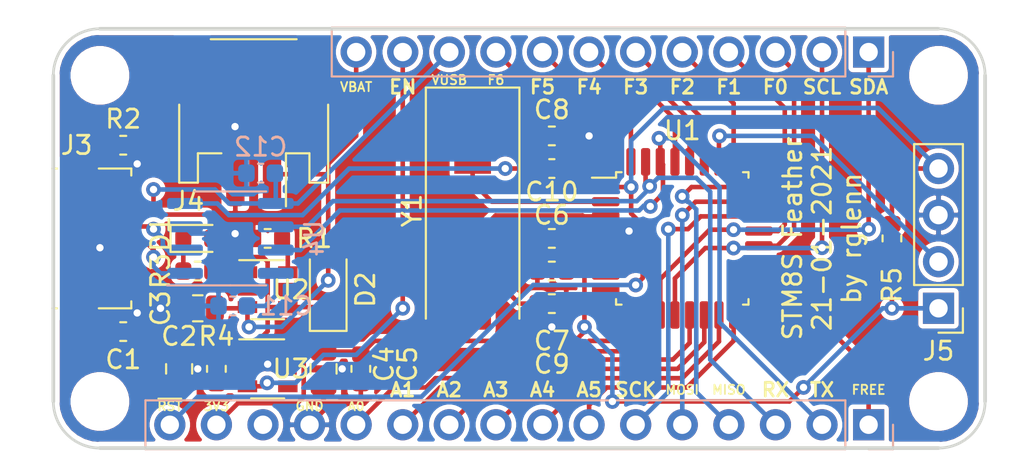
<source format=kicad_pcb>
(kicad_pcb (version 20171130) (host pcbnew "(5.1.9)-1")
  (layers (0 F.Cu signal) (31 B.Cu signal) (34 B.Paste user) (35 F.Paste user) (36 B.SilkS user) (37 F.SilkS user) (38 B.Mask user) (39 F.Mask user) (44 Edge.Cuts user))
  (net 0 "")
  (net 1 /FREE)
  (net 2 /TX)
  (net 3 /RX)
  (net 4 /MISO)
  (net 5 /MOSI)
  (net 6 /SCK)
  (net 7 /A5)
  (net 8 /A4)
  (net 9 /A3)
  (net 10 /A2)
  (net 11 /A1)
  (net 12 /A0)
  (net 13 GND)
  (net 14 +3V3)
  (net 15 /SDA)
  (net 16 /SCL)
  (net 17 /F0)
  (net 18 /F1)
  (net 19 /F2)
  (net 20 /F3)
  (net 21 /F4)
  (net 22 /F5)
  (net 23 /F6)
  (net 24 /EN)
  (net 25 /RESET)
  (net 26 /SWIM)
  (net 27 "Net-(C1-Pad1)")
  (net 28 VBUS)
  (net 29 +BATT)
  (net 30 "Net-(C6-Pad1)")
  (net 31 "Net-(D1-Pad1)")
  (net 32 "Net-(J3-Pad2)")
  (net 33 "Net-(J3-Pad3)")
  (net 34 "Net-(R1-Pad1)")
  (net 35 "Net-(R3-Pad2)")
  (net 36 "Net-(C8-Pad1)")
  (net 37 "Net-(C9-Pad1)")
  (net 38 "Net-(C10-Pad2)")
  (net 39 "Net-(C11-Pad1)")
  (module MountingHole:MountingHole_2.7mm_M2.5 (layer F.Cu) (at 73.66 27.94)
    (fp_text reference REF** hide)
    (fp_text value MountingHole_2.7mm_M2.5 hide)
    (pad 1 np_thru_hole circle (at 0 0) (size 2.7 2.7) (drill 2.7) (layers *.Cu *.Mask))
  )
  (module MountingHole:MountingHole_2.7mm_M2.5 (layer F.Cu) (at 73.66 45.72)
    (fp_text reference REF** hide)
    (fp_text value MountingHole_2.7mm_M2.5 hide)
    (pad 1 np_thru_hole circle (at 0 0) (size 2.7 2.7) (drill 2.7) (layers *.Cu *.Mask))
  )
  (module MountingHole:MountingHole_2.7mm_M2.5 (layer F.Cu) (at 27.94 45.72)
    (fp_text reference REF** hide)
    (fp_text value MountingHole_2.7mm_M2.5 hide)
    (pad 1 np_thru_hole circle (at 0 0) (size 2.7 2.7) (drill 2.7) (layers *.Cu *.Mask))
  )
  (module MountingHole:MountingHole_2.7mm_M2.5 (layer F.Cu) (at 27.94 27.94)
    (fp_text reference REF** hide)
    (fp_text value MountingHole_2.7mm_M2.5 hide)
    (pad 1 np_thru_hole circle (at 0 0) (size 2.7 2.7) (drill 2.7) (layers *.Cu *.Mask))
  )
  (module Connector_PinHeader_2.54mm:PinHeader_1x16_P2.54mm_Vertical (layer B.Cu) (at 69.85 46.99 90)
    (fp_text reference J1 hide)
    (fp_text value "feather long" hide)
    (pad 1 thru_hole rect (at 0 0 90) (size 1.7 1.7) (drill 1) (layers *.Cu *.Mask) (net 1 /FREE))
    (pad 2 thru_hole oval (at 0 -2.54 90) (size 1.7 1.7) (drill 1) (layers *.Cu *.Mask) (net 2 /TX))
    (pad 3 thru_hole oval (at 0 -5.08 90) (size 1.7 1.7) (drill 1) (layers *.Cu *.Mask) (net 3 /RX))
    (pad 4 thru_hole oval (at 0 -7.62 90) (size 1.7 1.7) (drill 1) (layers *.Cu *.Mask) (net 4 /MISO))
    (pad 5 thru_hole oval (at 0 -10.16 90) (size 1.7 1.7) (drill 1) (layers *.Cu *.Mask) (net 5 /MOSI))
    (pad 6 thru_hole oval (at 0 -12.7 90) (size 1.7 1.7) (drill 1) (layers *.Cu *.Mask) (net 6 /SCK))
    (pad 7 thru_hole oval (at 0 -15.24 90) (size 1.7 1.7) (drill 1) (layers *.Cu *.Mask) (net 7 /A5))
    (pad 8 thru_hole oval (at 0 -17.78 90) (size 1.7 1.7) (drill 1) (layers *.Cu *.Mask) (net 8 /A4))
    (pad 9 thru_hole oval (at 0 -20.32 90) (size 1.7 1.7) (drill 1) (layers *.Cu *.Mask) (net 9 /A3))
    (pad 10 thru_hole oval (at 0 -22.86 90) (size 1.7 1.7) (drill 1) (layers *.Cu *.Mask) (net 10 /A2))
    (pad 11 thru_hole oval (at 0 -25.4 90) (size 1.7 1.7) (drill 1) (layers *.Cu *.Mask) (net 11 /A1))
    (pad 12 thru_hole oval (at 0 -27.94 90) (size 1.7 1.7) (drill 1) (layers *.Cu *.Mask) (net 12 /A0))
    (pad 13 thru_hole oval (at 0 -30.48 90) (size 1.7 1.7) (drill 1) (layers *.Cu *.Mask) (net 13 GND))
    (pad 14 thru_hole oval (at 0 -33.02 90) (size 1.7 1.7) (drill 1) (layers *.Cu *.Mask))
    (pad 15 thru_hole oval (at 0 -35.56 90) (size 1.7 1.7) (drill 1) (layers *.Cu *.Mask) (net 14 +3V3))
    (pad 16 thru_hole oval (at 0 -38.1 90) (size 1.7 1.7) (drill 1) (layers *.Cu *.Mask) (net 25 /RESET))
  )
  (module Connector_PinHeader_2.54mm:PinHeader_1x12_P2.54mm_Vertical (layer B.Cu) (at 69.85 26.67 90)
    (fp_text reference J2 hide)
    (fp_text value "feather short" hide)
    (pad 1 thru_hole rect (at 0 0 90) (size 1.7 1.7) (drill 1) (layers *.Cu *.Mask) (net 15 /SDA))
    (pad 2 thru_hole oval (at 0 -2.54 90) (size 1.7 1.7) (drill 1) (layers *.Cu *.Mask) (net 16 /SCL))
    (pad 3 thru_hole oval (at 0 -5.08 90) (size 1.7 1.7) (drill 1) (layers *.Cu *.Mask) (net 17 /F0))
    (pad 4 thru_hole oval (at 0 -7.62 90) (size 1.7 1.7) (drill 1) (layers *.Cu *.Mask) (net 18 /F1))
    (pad 5 thru_hole oval (at 0 -10.16 90) (size 1.7 1.7) (drill 1) (layers *.Cu *.Mask) (net 19 /F2))
    (pad 6 thru_hole oval (at 0 -12.7 90) (size 1.7 1.7) (drill 1) (layers *.Cu *.Mask) (net 20 /F3))
    (pad 7 thru_hole oval (at 0 -15.24 90) (size 1.7 1.7) (drill 1) (layers *.Cu *.Mask) (net 21 /F4))
    (pad 8 thru_hole oval (at 0 -17.78 90) (size 1.7 1.7) (drill 1) (layers *.Cu *.Mask) (net 22 /F5))
    (pad 9 thru_hole oval (at 0 -20.32 90) (size 1.7 1.7) (drill 1) (layers *.Cu *.Mask) (net 23 /F6))
    (pad 10 thru_hole oval (at 0 -22.86 90) (size 1.7 1.7) (drill 1) (layers *.Cu *.Mask) (net 28 VBUS))
    (pad 11 thru_hole oval (at 0 -25.4 90) (size 1.7 1.7) (drill 1) (layers *.Cu *.Mask) (net 24 /EN))
    (pad 12 thru_hole oval (at 0 -27.94 90) (size 1.7 1.7) (drill 1) (layers *.Cu *.Mask) (net 29 +BATT))
  )
  (module Package_QFP:LQFP-32_7x7mm_P0.8mm (layer F.Cu) (at 59.69 36.83)
    (fp_text reference U1 (at 0 -5.88) (layer F.SilkS))
    (fp_text value STM8S003K3T)
    (pad 1 smd roundrect (at -4.175 -2.8) (size 1.5 0.5) (layers F.Cu F.Paste F.Mask) (net 25 /RESET))
    (pad 2 smd roundrect (at -4.175 -2) (size 1.5 0.5) (layers F.Cu F.Paste F.Mask) (net 36 "Net-(C8-Pad1)"))
    (pad 3 smd roundrect (at -4.175 -1.2) (size 1.5 0.5) (layers F.Cu F.Paste F.Mask) (net 37 "Net-(C9-Pad1)"))
    (pad 4 smd roundrect (at -4.175 -0.4) (size 1.5 0.5) (layers F.Cu F.Paste F.Mask) (net 13 GND))
    (pad 5 smd roundrect (at -4.175 0.4) (size 1.5 0.5) (layers F.Cu F.Paste F.Mask) (net 30 "Net-(C6-Pad1)"))
    (pad 6 smd roundrect (at -4.175 1.2) (size 1.5 0.5) (layers F.Cu F.Paste F.Mask) (net 14 +3V3))
    (pad 7 smd roundrect (at -4.175 2) (size 1.5 0.5) (layers F.Cu F.Paste F.Mask))
    (pad 8 smd roundrect (at -4.175 2.8) (size 1.5 0.5) (layers F.Cu F.Paste F.Mask))
    (pad 9 smd roundrect (at -2.8 4.175) (size 0.5 1.5) (layers F.Cu F.Paste F.Mask) (net 12 /A0))
    (pad 10 smd roundrect (at -2 4.175) (size 0.5 1.5) (layers F.Cu F.Paste F.Mask) (net 11 /A1))
    (pad 11 smd roundrect (at -1.2 4.175) (size 0.5 1.5) (layers F.Cu F.Paste F.Mask) (net 15 /SDA))
    (pad 12 smd roundrect (at -0.4 4.175) (size 0.5 1.5) (layers F.Cu F.Paste F.Mask) (net 16 /SCL))
    (pad 13 smd roundrect (at 0.4 4.175) (size 0.5 1.5) (layers F.Cu F.Paste F.Mask) (net 10 /A2))
    (pad 14 smd roundrect (at 1.2 4.175) (size 0.5 1.5) (layers F.Cu F.Paste F.Mask) (net 9 /A3))
    (pad 15 smd roundrect (at 2 4.175) (size 0.5 1.5) (layers F.Cu F.Paste F.Mask) (net 8 /A4))
    (pad 16 smd roundrect (at 2.8 4.175) (size 0.5 1.5) (layers F.Cu F.Paste F.Mask) (net 7 /A5))
    (pad 17 smd roundrect (at 4.175 2.8) (size 1.5 0.5) (layers F.Cu F.Paste F.Mask) (net 1 /FREE))
    (pad 18 smd roundrect (at 4.175 2) (size 1.5 0.5) (layers F.Cu F.Paste F.Mask))
    (pad 19 smd roundrect (at 4.175 1.2) (size 1.5 0.5) (layers F.Cu F.Paste F.Mask))
    (pad 20 smd roundrect (at 4.175 0.4) (size 1.5 0.5) (layers F.Cu F.Paste F.Mask) (net 17 /F0))
    (pad 21 smd roundrect (at 4.175 -0.4) (size 1.5 0.5) (layers F.Cu F.Paste F.Mask) (net 18 /F1))
    (pad 22 smd roundrect (at 4.175 -1.2) (size 1.5 0.5) (layers F.Cu F.Paste F.Mask) (net 6 /SCK))
    (pad 23 smd roundrect (at 4.175 -2) (size 1.5 0.5) (layers F.Cu F.Paste F.Mask) (net 5 /MOSI))
    (pad 24 smd roundrect (at 4.175 -2.8) (size 1.5 0.5) (layers F.Cu F.Paste F.Mask) (net 4 /MISO))
    (pad 25 smd roundrect (at 2.8 -4.175) (size 0.5 1.5) (layers F.Cu F.Paste F.Mask) (net 19 /F2))
    (pad 26 smd roundrect (at 2 -4.175) (size 0.5 1.5) (layers F.Cu F.Paste F.Mask) (net 26 /SWIM))
    (pad 27 smd roundrect (at 1.2 -4.175) (size 0.5 1.5) (layers F.Cu F.Paste F.Mask) (net 20 /F3))
    (pad 28 smd roundrect (at 0.4 -4.175) (size 0.5 1.5) (layers F.Cu F.Paste F.Mask) (net 21 /F4))
    (pad 29 smd roundrect (at -0.4 -4.175) (size 0.5 1.5) (layers F.Cu F.Paste F.Mask) (net 22 /F5))
    (pad 30 smd roundrect (at -1.2 -4.175) (size 0.5 1.5) (layers F.Cu F.Paste F.Mask) (net 2 /TX))
    (pad 31 smd roundrect (at -2 -4.175) (size 0.5 1.5) (layers F.Cu F.Paste F.Mask) (net 3 /RX))
    (pad 32 smd roundrect (at -2.8 -4.175) (size 0.5 1.5) (layers F.Cu F.Paste F.Mask) (net 23 /F6))
  )
  (module Capacitor_SMD:C_0603_1608Metric (layer F.Cu) (at 29.21 41.91)
    (fp_text reference C1 (at 0 1.524) (layer F.SilkS))
    (fp_text value 100n)
    (pad 2 smd roundrect (at 0.7875 0) (size 0.875 0.95) (layers F.Cu F.Paste F.Mask) (net 13 GND))
    (pad 1 smd roundrect (at -0.7875 0) (size 0.875 0.95) (layers F.Cu F.Paste F.Mask) (net 27 "Net-(C1-Pad1)"))
  )
  (module Capacitor_SMD:C_0805_2012Metric (layer F.Cu) (at 32.258 43.942 270)
    (fp_text reference C2 (at -1.778 0 180) (layer F.SilkS))
    (fp_text value 10u)
    (pad 1 smd roundrect (at -0.9375 0 270) (size 0.975 1.4) (layers F.Cu F.Paste F.Mask) (net 28 VBUS))
    (pad 2 smd roundrect (at 0.9375 0 270) (size 0.975 1.4) (layers F.Cu F.Paste F.Mask) (net 13 GND))
  )
  (module Capacitor_SMD:C_0805_2012Metric (layer F.Cu) (at 33.274 40.64 180)
    (fp_text reference C3 (at 2.032 0 90) (layer F.SilkS))
    (fp_text value 10u)
    (pad 1 smd roundrect (at -0.9375 0 180) (size 0.975 1.4) (layers F.Cu F.Paste F.Mask) (net 29 +BATT))
    (pad 2 smd roundrect (at 0.9375 0 180) (size 0.975 1.4) (layers F.Cu F.Paste F.Mask) (net 13 GND))
  )
  (module Capacitor_SMD:C_0805_2012Metric (layer F.Cu) (at 40.132 43.942 270)
    (fp_text reference C4 (at -0.254 -3.302 90) (layer F.SilkS))
    (fp_text value 10u)
    (pad 2 smd roundrect (at 0.9375 0 270) (size 0.975 1.4) (layers F.Cu F.Paste F.Mask) (net 13 GND))
    (pad 1 smd roundrect (at -0.9375 0 270) (size 0.975 1.4) (layers F.Cu F.Paste F.Mask) (net 14 +3V3))
  )
  (module Capacitor_SMD:C_0603_1608Metric (layer F.Cu) (at 42.164 43.942 270)
    (fp_text reference C5 (at -0.254 -2.54 90) (layer F.SilkS))
    (fp_text value 1u)
    (pad 1 smd roundrect (at -0.7875 0 270) (size 0.875 0.95) (layers F.Cu F.Paste F.Mask) (net 14 +3V3))
    (pad 2 smd roundrect (at 0.7875 0 270) (size 0.875 0.95) (layers F.Cu F.Paste F.Mask) (net 13 GND))
  )
  (module Capacitor_SMD:C_0603_1608Metric (layer F.Cu) (at 52.578 36.83 180)
    (fp_text reference C6 (at 0 1.27) (layer F.SilkS))
    (fp_text value 1u)
    (pad 2 smd roundrect (at 0.7875 0 180) (size 0.875 0.95) (layers F.Cu F.Paste F.Mask) (net 13 GND))
    (pad 1 smd roundrect (at -0.7875 0 180) (size 0.875 0.95) (layers F.Cu F.Paste F.Mask) (net 30 "Net-(C6-Pad1)"))
  )
  (module Capacitor_SMD:C_0603_1608Metric (layer F.Cu) (at 52.578 38.608 180)
    (fp_text reference C7 (at 0 -3.81) (layer F.SilkS))
    (fp_text value 1u)
    (pad 1 smd roundrect (at -0.7875 0 180) (size 0.875 0.95) (layers F.Cu F.Paste F.Mask) (net 14 +3V3))
    (pad 2 smd roundrect (at 0.7875 0 180) (size 0.875 0.95) (layers F.Cu F.Paste F.Mask) (net 13 GND))
  )
  (module LED_SMD:LED_0603_1608Metric (layer F.Cu) (at 33.274 36.83)
    (fp_text reference D1 (at -2.032 -0.254 90) (layer F.SilkS))
    (fp_text value LED)
    (pad 1 smd roundrect (at -0.7875 0) (size 0.875 0.95) (layers F.Cu F.Paste F.Mask) (net 31 "Net-(D1-Pad1)"))
    (pad 2 smd roundrect (at 0.7875 0) (size 0.875 0.95) (layers F.Cu F.Paste F.Mask) (net 28 VBUS))
  )
  (module Diode_SMD:D_SOD-123 (layer F.Cu) (at 40.386 39.624 90)
    (fp_text reference D2 (at 0 2.032 90) (layer F.SilkS))
    (fp_text value MBR0520)
    (pad 1 smd rect (at -1.65 0 90) (size 0.9 1.2) (layers F.Cu F.Paste F.Mask) (net 28 VBUS))
    (pad 2 smd rect (at 1.65 0 90) (size 0.9 1.2) (layers F.Cu F.Paste F.Mask) (net 29 +BATT))
  )
  (module Connector_USB:USB_Micro-B_Molex_47346-0001 (layer F.Cu) (at 27.94 36.83 270)
    (fp_text reference J3 (at -5.08 1.27) (layer F.SilkS))
    (fp_text value USB_B_Micro)
    (pad 1 smd rect (at -1.3 -1.46 270) (size 0.45 1.38) (layers F.Cu F.Paste F.Mask) (net 28 VBUS))
    (pad 2 smd rect (at -0.65 -1.46 270) (size 0.45 1.38) (layers F.Cu F.Paste F.Mask) (net 32 "Net-(J3-Pad2)"))
    (pad 3 smd rect (at 0 -1.46 270) (size 0.45 1.38) (layers F.Cu F.Paste F.Mask) (net 33 "Net-(J3-Pad3)"))
    (pad 4 smd rect (at 0.65 -1.46 270) (size 0.45 1.38) (layers F.Cu F.Paste F.Mask))
    (pad 5 smd rect (at 1.3 -1.46 270) (size 0.45 1.38) (layers F.Cu F.Paste F.Mask) (net 13 GND))
    (pad 6 smd rect (at -2.4875 -1.375 270) (size 1.425 1.55) (layers F.Cu F.Paste F.Mask) (net 27 "Net-(C1-Pad1)"))
    (pad 6 smd rect (at 2.4875 -1.375 270) (size 1.425 1.55) (layers F.Cu F.Paste F.Mask) (net 27 "Net-(C1-Pad1)"))
    (pad 6 smd rect (at -3.375 1.2 270) (size 1.65 1.3) (layers F.Cu F.Paste F.Mask) (net 27 "Net-(C1-Pad1)"))
    (pad 6 smd rect (at 3.375 1.2 270) (size 1.65 1.3) (layers F.Cu F.Paste F.Mask) (net 27 "Net-(C1-Pad1)"))
    (pad 6 smd rect (at -1.15 1.2 270) (size 1.8 1.9) (layers F.Cu F.Paste F.Mask) (net 27 "Net-(C1-Pad1)"))
    (pad 6 smd rect (at 1.55 1.2 270) (size 1 1.9) (layers F.Cu F.Paste F.Mask) (net 27 "Net-(C1-Pad1)"))
  )
  (module Resistor_SMD:R_0603_1608Metric (layer F.Cu) (at 37.084 36.83 180)
    (fp_text reference R1 (at -2.54 0) (layer F.SilkS))
    (fp_text value 10K)
    (pad 1 smd roundrect (at -0.7875 0 180) (size 0.875 0.95) (layers F.Cu F.Paste F.Mask) (net 34 "Net-(R1-Pad1)"))
    (pad 2 smd roundrect (at 0.7875 0 180) (size 0.875 0.95) (layers F.Cu F.Paste F.Mask) (net 13 GND))
  )
  (module Resistor_SMD:R_0603_1608Metric (layer F.Cu) (at 29.21 31.75)
    (fp_text reference R2 (at 0 -1.43) (layer F.SilkS))
    (fp_text value 1M)
    (pad 1 smd roundrect (at -0.7875 0) (size 0.875 0.95) (layers F.Cu F.Paste F.Mask) (net 27 "Net-(C1-Pad1)"))
    (pad 2 smd roundrect (at 0.7875 0) (size 0.875 0.95) (layers F.Cu F.Paste F.Mask) (net 13 GND))
  )
  (module Resistor_SMD:R_0603_1608Metric (layer F.Cu) (at 33.274 38.608)
    (fp_text reference R3 (at -2.032 0 90) (layer F.SilkS))
    (fp_text value 1K)
    (pad 2 smd roundrect (at 0.7875 0) (size 0.875 0.95) (layers F.Cu F.Paste F.Mask) (net 35 "Net-(R3-Pad2)"))
    (pad 1 smd roundrect (at -0.7875 0) (size 0.875 0.95) (layers F.Cu F.Paste F.Mask) (net 31 "Net-(D1-Pad1)"))
  )
  (module Resistor_SMD:R_0603_1608Metric (layer F.Cu) (at 34.29 43.942 90)
    (fp_text reference R4 (at 1.778 0 180) (layer F.SilkS))
    (fp_text value 100K)
    (pad 2 smd roundrect (at 0.7875 0 90) (size 0.875 0.95) (layers F.Cu F.Paste F.Mask) (net 28 VBUS))
    (pad 1 smd roundrect (at -0.7875 0 90) (size 0.875 0.95) (layers F.Cu F.Paste F.Mask) (net 24 /EN))
  )
  (module Package_TO_SOT_SMD:SOT-23-5 (layer F.Cu) (at 37.084 39.624)
    (fp_text reference U2 (at 1.27 0 180) (layer F.SilkS))
    (fp_text value MCP73831-2-OT)
    (pad 1 smd rect (at -1.1 -0.95) (size 1.06 0.65) (layers F.Cu F.Paste F.Mask) (net 35 "Net-(R3-Pad2)"))
    (pad 2 smd rect (at -1.1 0) (size 1.06 0.65) (layers F.Cu F.Paste F.Mask) (net 13 GND))
    (pad 3 smd rect (at -1.1 0.95) (size 1.06 0.65) (layers F.Cu F.Paste F.Mask) (net 29 +BATT))
    (pad 4 smd rect (at 1.1 0.95) (size 1.06 0.65) (layers F.Cu F.Paste F.Mask) (net 28 VBUS))
    (pad 5 smd rect (at 1.1 -0.95) (size 1.06 0.65) (layers F.Cu F.Paste F.Mask) (net 34 "Net-(R1-Pad1)"))
  )
  (module Package_TO_SOT_SMD:SOT-23-5 (layer F.Cu) (at 37.084 43.942)
    (fp_text reference U3 (at 1.27 0 180) (layer F.SilkS))
    (fp_text value MIC5504-3.3YM5)
    (pad 5 smd rect (at 1.1 -0.95) (size 1.06 0.65) (layers F.Cu F.Paste F.Mask) (net 14 +3V3))
    (pad 4 smd rect (at 1.1 0.95) (size 1.06 0.65) (layers F.Cu F.Paste F.Mask))
    (pad 3 smd rect (at -1.1 0.95) (size 1.06 0.65) (layers F.Cu F.Paste F.Mask) (net 24 /EN))
    (pad 2 smd rect (at -1.1 0) (size 1.06 0.65) (layers F.Cu F.Paste F.Mask) (net 13 GND))
    (pad 1 smd rect (at -1.1 -0.95) (size 1.06 0.65) (layers F.Cu F.Paste F.Mask) (net 28 VBUS))
  )
  (module Connector_JST:JST_PH_S2B-PH-SM4-TB_1x02-1MP_P2.00mm_Horizontal (layer F.Cu) (at 36.322 30.48 180)
    (fp_text reference J4 (at 3.556 -4.318) (layer F.SilkS))
    (fp_text value Conn_01x02)
    (pad 1 smd roundrect (at -1 -2.85 180) (size 1 3.5) (layers F.Cu F.Paste F.Mask) (net 29 +BATT))
    (pad 2 smd roundrect (at 1 -2.85 180) (size 1 3.5) (layers F.Cu F.Paste F.Mask) (net 13 GND))
    (pad MP smd roundrect (at -3.35 2.9 180) (size 1.5 3.4) (layers F.Cu F.Paste F.Mask) (roundrect_rratio 0.166667))
    (pad MP smd roundrect (at 3.35 2.9 180) (size 1.5 3.4) (layers F.Cu F.Paste F.Mask) (roundrect_rratio 0.166667))
  )
  (module Capacitor_SMD:C_0603_1608Metric (layer F.Cu) (at 52.578 31.242)
    (fp_text reference C8 (at 0 -1.43) (layer F.SilkS))
    (fp_text value 22p)
    (pad 2 smd roundrect (at 0.7875 0) (size 0.875 0.95) (layers F.Cu F.Paste F.Mask) (net 13 GND))
    (pad 1 smd roundrect (at -0.7875 0) (size 0.875 0.95) (layers F.Cu F.Paste F.Mask) (net 36 "Net-(C8-Pad1)"))
  )
  (module Capacitor_SMD:C_0603_1608Metric (layer F.Cu) (at 52.578 40.386)
    (fp_text reference C9 (at 0 3.302) (layer F.SilkS))
    (fp_text value 22p)
    (pad 1 smd roundrect (at -0.7875 0) (size 0.875 0.95) (layers F.Cu F.Paste F.Mask) (net 37 "Net-(C9-Pad1)"))
    (pad 2 smd roundrect (at 0.7875 0) (size 0.875 0.95) (layers F.Cu F.Paste F.Mask) (net 13 GND))
  )
  (module Crystal:Crystal_SMD_HC49-SD (layer F.Cu) (at 48.26 35.306 270)
    (fp_text reference Y1 (at 0 3.302 90) (layer F.SilkS))
    (fp_text value Crystal)
    (pad 1 smd rect (at -4.25 0 270) (size 4.5 2) (layers F.Cu F.Paste F.Mask) (net 36 "Net-(C8-Pad1)"))
    (pad 2 smd rect (at 4.25 0 270) (size 4.5 2) (layers F.Cu F.Paste F.Mask) (net 37 "Net-(C9-Pad1)"))
  )
  (module Connector_PinHeader_2.54mm:PinHeader_1x04_P2.54mm_Vertical (layer F.Cu) (at 73.66 40.64 180)
    (fp_text reference J5 (at 0 -2.33) (layer F.SilkS))
    (fp_text value Conn_01x04)
    (pad 1 thru_hole rect (at 0 0 180) (size 1.7 1.7) (drill 1) (layers *.Cu *.Mask) (net 14 +3V3))
    (pad 2 thru_hole oval (at 0 2.54 180) (size 1.7 1.7) (drill 1) (layers *.Cu *.Mask) (net 26 /SWIM))
    (pad 3 thru_hole oval (at 0 5.08 180) (size 1.7 1.7) (drill 1) (layers *.Cu *.Mask) (net 13 GND))
    (pad 4 thru_hole oval (at 0 7.62 180) (size 1.7 1.7) (drill 1) (layers *.Cu *.Mask) (net 25 /RESET))
  )
  (module Resistor_SMD:R_0603_1608Metric (layer F.Cu) (at 71.12 36.83 90)
    (fp_text reference R5 (at -2.54 0 90) (layer F.SilkS))
    (fp_text value 10K)
    (pad 1 smd roundrect (at -0.7875 0 90) (size 0.875 0.95) (layers F.Cu F.Paste F.Mask) (net 14 +3V3))
    (pad 2 smd roundrect (at 0.7875 0 90) (size 0.875 0.95) (layers F.Cu F.Paste F.Mask) (net 25 /RESET))
  )
  (module Capacitor_SMD:C_0603_1608Metric (layer F.Cu) (at 52.578 33.02 180)
    (fp_text reference C10 (at 0 -1.27) (layer F.SilkS))
    (fp_text value 100n)
    (pad 1 smd roundrect (at -0.775 0 180) (size 0.9 0.95) (layers F.Cu F.Paste F.Mask) (net 25 /RESET))
    (pad 2 smd roundrect (at 0.775 0 180) (size 0.9 0.95) (layers F.Cu F.Paste F.Mask) (net 38 "Net-(C10-Pad2)"))
  )
  (module Capacitor_SMD:C_0603_1608Metric (layer B.Cu) (at 35.179 40.513 180)
    (fp_text reference C11 (at -2.921 0) (layer B.SilkS) (effects (justify mirror)))
    (fp_text value 1u)
    (pad 2 smd roundrect (at 0.775 0 180) (size 0.9 0.95) (layers B.Cu B.Paste B.Mask) (net 13 GND))
    (pad 1 smd roundrect (at -0.775 0 180) (size 0.9 0.95) (layers B.Cu B.Paste B.Mask) (net 39 "Net-(C11-Pad1)"))
  )
  (module Package_SO:SOIC-8_3.9x4.9mm_P1.27mm (layer B.Cu) (at 35.052 36.83)
    (fp_text reference U4 (at 4.572 0 90) (layer B.SilkS) (effects (justify mirror)))
    (fp_text value CH330N)
    (pad 1 smd roundrect (at -2.475 1.905) (size 1.95 0.6) (layers B.Cu B.Paste B.Mask) (net 33 "Net-(J3-Pad3)"))
    (pad 2 smd roundrect (at -2.475 0.635) (size 1.95 0.6) (layers B.Cu B.Paste B.Mask) (net 32 "Net-(J3-Pad2)"))
    (pad 3 smd roundrect (at -2.475 -0.635) (size 1.95 0.6) (layers B.Cu B.Paste B.Mask) (net 13 GND))
    (pad 4 smd roundrect (at -2.475 -1.905) (size 1.95 0.6) (layers B.Cu B.Paste B.Mask) (net 38 "Net-(C10-Pad2)"))
    (pad 5 smd roundrect (at 2.475 -1.905) (size 1.95 0.6) (layers B.Cu B.Paste B.Mask) (net 28 VBUS))
    (pad 6 smd roundrect (at 2.475 -0.635) (size 1.95 0.6) (layers B.Cu B.Paste B.Mask) (net 3 /RX))
    (pad 7 smd roundrect (at 2.475 0.635) (size 1.95 0.6) (layers B.Cu B.Paste B.Mask) (net 2 /TX))
    (pad 8 smd roundrect (at 2.475 1.905) (size 1.95 0.6) (layers B.Cu B.Paste B.Mask) (net 39 "Net-(C11-Pad1)"))
  )
  (module Capacitor_SMD:C_0603_1608Metric (layer B.Cu) (at 36.703 33.274 180)
    (fp_text reference C12 (at 0 1.43) (layer B.SilkS) (effects (justify mirror)))
    (fp_text value 1u)
    (pad 1 smd roundrect (at -0.775 0 180) (size 0.9 0.95) (layers B.Cu B.Paste B.Mask) (net 28 VBUS))
    (pad 2 smd roundrect (at 0.775 0 180) (size 0.9 0.95) (layers B.Cu B.Paste B.Mask) (net 13 GND))
  )
  (gr_text "STM8S Feather\n21-01-2021\nby rglenn\n" (at 67.31 36.83 90) (layer F.SilkS) (effects (font (size 1 1))))
  (gr_text VUSB (at 46.99 28.194) (layer F.SilkS) (effects (font (size 0.5 0.5) (thickness 0.1))))
  (gr_text VBAT (at 41.91 28.575) (layer F.SilkS) (effects (font (size 0.5 0.5) (thickness 0.1))))
  (gr_text EN (at 44.45 28.575) (layer F.SilkS) (effects (font (size 0.75 0.75))))
  (gr_text F6 (at 49.53 28.194) (layer F.SilkS) (effects (font (size 0.5 0.5) (thickness 0.1))))
  (gr_text F5 (at 52.07 28.575) (layer F.SilkS) (effects (font (size 0.75 0.75))))
  (gr_text F4 (at 54.61 28.575) (layer F.SilkS) (effects (font (size 0.75 0.75))))
  (gr_text F3 (at 57.15 28.575) (layer F.SilkS) (effects (font (size 0.75 0.75))))
  (gr_text F2 (at 59.69 28.575) (layer F.SilkS) (effects (font (size 0.75 0.75))))
  (gr_text F1 (at 62.23 28.575) (layer F.SilkS) (effects (font (size 0.75 0.75))))
  (gr_text F0 (at 64.77 28.575) (layer F.SilkS) (effects (font (size 0.75 0.75))))
  (gr_text SCL (at 67.31 28.575) (layer F.SilkS) (effects (font (size 0.75 0.75))))
  (gr_text SDA (at 69.85 28.575) (layer F.SilkS) (effects (font (size 0.75 0.75))))
  (gr_text FREE (at 69.85 45.085) (layer F.SilkS) (effects (font (size 0.5 0.5) (thickness 0.1))))
  (gr_text TX (at 67.31 45.085) (layer F.SilkS) (effects (font (size 0.75 0.75))))
  (gr_text RX (at 64.77 45.085) (layer F.SilkS) (effects (font (size 0.75 0.75))))
  (gr_text MISO (at 62.23 45.085) (layer F.SilkS) (effects (font (size 0.5 0.5) (thickness 0.1))))
  (gr_text MOSI (at 59.69 45.085) (layer F.SilkS) (effects (font (size 0.5 0.5) (thickness 0.1))))
  (gr_text SCK (at 57.15 45.085) (layer F.SilkS) (effects (font (size 0.75 0.75))))
  (gr_text A5 (at 54.61 45.085) (layer F.SilkS) (effects (font (size 0.75 0.75))))
  (gr_text A4 (at 52.07 45.085) (layer F.SilkS) (effects (font (size 0.75 0.75))))
  (gr_text A3 (at 49.53 45.085) (layer F.SilkS) (effects (font (size 0.75 0.75))))
  (gr_text A2 (at 46.99 45.085) (layer F.SilkS) (effects (font (size 0.75 0.75))))
  (gr_text A1 (at 44.45 45.085) (layer F.SilkS) (effects (font (size 0.75 0.75))))
  (gr_text A0 (at 41.91 45.974) (layer F.SilkS) (effects (font (size 0.5 0.5) (thickness 0.1))))
  (gr_text GND (at 39.37 45.974) (layer F.SilkS) (effects (font (size 0.5 0.5) (thickness 0.1))))
  (gr_text 3V3 (at 34.29 45.974) (layer F.SilkS) (effects (font (size 0.5 0.5) (thickness 0.1))))
  (gr_text ~RST (at 31.75 45.974) (layer F.SilkS) (effects (font (size 0.5 0.5) (thickness 0.1))))
  (gr_arc (start 73.66 27.94) (end 76.2 27.94) (angle -90) (layer Edge.Cuts) (width 0.15))
  (gr_arc (start 73.66 45.72) (end 73.66 48.26) (angle -90) (layer Edge.Cuts) (width 0.15))
  (gr_arc (start 27.94 45.72) (end 25.4 45.72) (angle -90) (layer Edge.Cuts) (width 0.15))
  (gr_arc (start 27.94 27.94) (end 27.94 25.4) (angle -90) (layer Edge.Cuts) (width 0.15))
  (gr_line (start 25.4 45.72) (end 25.4 27.94) (layer Edge.Cuts) (width 0.2))
  (gr_line (start 73.66 48.26) (end 27.94 48.26) (layer Edge.Cuts) (width 0.2))
  (gr_line (start 76.2 27.94) (end 76.2 45.72) (layer Edge.Cuts) (width 0.2))
  (gr_line (start 27.94 25.4) (end 73.66 25.4) (layer Edge.Cuts) (width 0.2))
  (segment (start 63.865 39.63) (end 65.538 39.63) (width 0.25) (layer F.Cu) (net 1))
  (segment (start 69.85 43.942) (end 69.85 46.99) (width 0.25) (layer F.Cu) (net 1))
  (segment (start 65.538 39.63) (end 69.85 43.942) (width 0.25) (layer F.Cu) (net 1))
  (segment (start 58.472002 31.317) (end 58.420002 31.369) (width 0.25) (layer F.Cu) (net 2))
  (via (at 58.420002 31.369) (size 0.8) (drill 0.4) (layers F.Cu B.Cu) (net 2))
  (segment (start 67.31 46.99) (end 61.722 41.402) (width 0.25) (layer B.Cu) (net 2))
  (segment (start 61.722 41.402) (end 61.722 34.036) (width 0.25) (layer B.Cu) (net 2))
  (segment (start 61.722 34.036) (end 59.055 31.369) (width 0.25) (layer B.Cu) (net 2))
  (segment (start 59.055 31.369) (end 58.420002 31.369) (width 0.25) (layer B.Cu) (net 2))
  (segment (start 58.49 31.438998) (end 58.420002 31.369) (width 0.25) (layer F.Cu) (net 2))
  (segment (start 58.49 32.655) (end 58.49 31.438998) (width 0.25) (layer F.Cu) (net 2))
  (segment (start 58.637001 34.393307) (end 57.945154 35.085154) (width 0.25) (layer F.Cu) (net 2))
  (segment (start 58.637001 32.802001) (end 58.637001 34.393307) (width 0.25) (layer F.Cu) (net 2))
  (via (at 57.945154 35.085154) (size 0.8) (drill 0.4) (layers F.Cu B.Cu) (net 2))
  (segment (start 58.49 32.655) (end 58.637001 32.802001) (width 0.25) (layer F.Cu) (net 2))
  (segment (start 57.589412 35.052) (end 57.335412 35.306) (width 0.25) (layer B.Cu) (net 2))
  (segment (start 57.912 35.052) (end 57.589412 35.052) (width 0.25) (layer B.Cu) (net 2))
  (segment (start 57.945154 35.085154) (end 57.912 35.052) (width 0.25) (layer B.Cu) (net 2))
  (segment (start 57.335412 35.306) (end 41.021 35.306) (width 0.25) (layer B.Cu) (net 2))
  (segment (start 38.862 37.465) (end 37.527 37.465) (width 0.25) (layer B.Cu) (net 2))
  (segment (start 41.021 35.306) (end 38.862 37.465) (width 0.25) (layer B.Cu) (net 2))
  (segment (start 60.452 33.528) (end 58.369827 33.528) (width 0.25) (layer B.Cu) (net 3))
  (segment (start 58.369827 33.528) (end 57.912 33.985827) (width 0.25) (layer B.Cu) (net 3))
  (segment (start 61.214 34.29) (end 60.452 33.528) (width 0.25) (layer B.Cu) (net 3))
  (segment (start 61.214 43.434) (end 61.214 34.29) (width 0.25) (layer B.Cu) (net 3))
  (segment (start 64.77 46.99) (end 61.214 43.434) (width 0.25) (layer B.Cu) (net 3))
  (via (at 57.912 33.985827) (size 0.8) (drill 0.4) (layers F.Cu B.Cu) (net 3))
  (segment (start 57.69 33.763827) (end 57.912 33.985827) (width 0.25) (layer F.Cu) (net 3))
  (segment (start 57.69 32.655) (end 57.69 33.763827) (width 0.25) (layer F.Cu) (net 3))
  (segment (start 57.912 34.093002) (end 57.207002 34.798) (width 0.25) (layer B.Cu) (net 3))
  (segment (start 57.912 33.985827) (end 57.912 34.093002) (width 0.25) (layer B.Cu) (net 3))
  (segment (start 57.207002 34.798) (end 40.64 34.798) (width 0.25) (layer B.Cu) (net 3))
  (segment (start 39.243 36.195) (end 37.527 36.195) (width 0.25) (layer B.Cu) (net 3))
  (segment (start 40.64 34.798) (end 39.243 36.195) (width 0.25) (layer B.Cu) (net 3))
  (via (at 59.685347 34.539347) (size 0.8) (drill 0.4) (layers F.Cu B.Cu) (net 4))
  (segment (start 63.865 34.03) (end 60.194694 34.03) (width 0.25) (layer F.Cu) (net 4))
  (segment (start 60.194694 34.03) (end 59.685347 34.539347) (width 0.25) (layer F.Cu) (net 4))
  (segment (start 60.038001 34.834999) (end 60.452 35.248998) (width 0.25) (layer B.Cu) (net 4))
  (segment (start 59.685347 34.539347) (end 59.980999 34.834999) (width 0.25) (layer B.Cu) (net 4))
  (segment (start 59.980999 34.834999) (end 60.038001 34.834999) (width 0.25) (layer B.Cu) (net 4))
  (segment (start 60.452 45.212) (end 62.23 46.99) (width 0.25) (layer B.Cu) (net 4))
  (segment (start 60.452 35.248998) (end 60.452 45.212) (width 0.25) (layer B.Cu) (net 4))
  (via (at 59.69 35.56) (size 0.8) (drill 0.4) (layers F.Cu B.Cu) (net 5))
  (segment (start 59.69 46.99) (end 59.69 35.56) (width 0.25) (layer B.Cu) (net 5))
  (segment (start 60.42 34.83) (end 63.865 34.83) (width 0.25) (layer F.Cu) (net 5))
  (segment (start 59.69 35.56) (end 60.42 34.83) (width 0.25) (layer F.Cu) (net 5))
  (via (at 58.928 36.322) (size 0.8) (drill 0.4) (layers F.Cu B.Cu) (net 6))
  (segment (start 60.001002 36.322) (end 58.928 36.322) (width 0.25) (layer F.Cu) (net 6))
  (segment (start 63.865 35.63) (end 60.693002 35.63) (width 0.25) (layer F.Cu) (net 6))
  (segment (start 60.693002 35.63) (end 60.001002 36.322) (width 0.25) (layer F.Cu) (net 6))
  (segment (start 58.928 45.212) (end 57.15 46.99) (width 0.25) (layer B.Cu) (net 6))
  (segment (start 58.928 36.322) (end 58.928 45.212) (width 0.25) (layer B.Cu) (net 6))
  (segment (start 54.61 45.916998) (end 55.568998 44.958) (width 0.25) (layer F.Cu) (net 7))
  (segment (start 54.61 46.99) (end 54.61 45.916998) (width 0.25) (layer F.Cu) (net 7))
  (segment (start 55.568998 44.958) (end 59.944 44.958) (width 0.25) (layer F.Cu) (net 7))
  (segment (start 62.49 42.412) (end 62.49 41.005) (width 0.25) (layer F.Cu) (net 7))
  (segment (start 59.944 44.958) (end 62.49 42.412) (width 0.25) (layer F.Cu) (net 7))
  (segment (start 52.07 46.99) (end 54.102 44.958) (width 0.25) (layer F.Cu) (net 8))
  (segment (start 54.932588 44.958) (end 55.440588 44.45) (width 0.25) (layer F.Cu) (net 8))
  (segment (start 54.102 44.958) (end 54.932588 44.958) (width 0.25) (layer F.Cu) (net 8))
  (segment (start 55.440588 44.45) (end 59.69 44.45) (width 0.25) (layer F.Cu) (net 8))
  (segment (start 61.69 42.45) (end 61.69 41.005) (width 0.25) (layer F.Cu) (net 8))
  (segment (start 59.69 44.45) (end 61.69 42.45) (width 0.25) (layer F.Cu) (net 8))
  (segment (start 51.562 44.958) (end 49.53 46.99) (width 0.25) (layer F.Cu) (net 9))
  (segment (start 60.89 42.488) (end 59.436 43.942) (width 0.25) (layer F.Cu) (net 9))
  (segment (start 53.848 44.45) (end 53.34 44.958) (width 0.25) (layer F.Cu) (net 9))
  (segment (start 60.89 41.005) (end 60.89 42.488) (width 0.25) (layer F.Cu) (net 9))
  (segment (start 54.804178 44.45) (end 53.848 44.45) (width 0.25) (layer F.Cu) (net 9))
  (segment (start 59.436 43.942) (end 55.312178 43.942) (width 0.25) (layer F.Cu) (net 9))
  (segment (start 53.34 44.958) (end 51.562 44.958) (width 0.25) (layer F.Cu) (net 9))
  (segment (start 55.312178 43.942) (end 54.804178 44.45) (width 0.25) (layer F.Cu) (net 9))
  (segment (start 49.022 44.958) (end 46.99 46.99) (width 0.25) (layer F.Cu) (net 10))
  (segment (start 51.308 44.45) (end 50.8 44.958) (width 0.25) (layer F.Cu) (net 10))
  (segment (start 50.8 44.958) (end 49.022 44.958) (width 0.25) (layer F.Cu) (net 10))
  (segment (start 53.594 43.942) (end 53.086 44.45) (width 0.25) (layer F.Cu) (net 10))
  (segment (start 60.09 42.526) (end 59.182 43.434) (width 0.25) (layer F.Cu) (net 10))
  (segment (start 55.118 43.434) (end 54.61 43.942) (width 0.25) (layer F.Cu) (net 10))
  (segment (start 53.086 44.45) (end 51.308 44.45) (width 0.25) (layer F.Cu) (net 10))
  (segment (start 60.09 41.005) (end 60.09 42.526) (width 0.25) (layer F.Cu) (net 10))
  (segment (start 59.182 43.434) (end 55.118 43.434) (width 0.25) (layer F.Cu) (net 10))
  (segment (start 54.61 43.942) (end 53.594 43.942) (width 0.25) (layer F.Cu) (net 10))
  (segment (start 46.482 44.958) (end 44.45 46.99) (width 0.25) (layer F.Cu) (net 11))
  (segment (start 54.80601 42.98399) (end 54.29801 43.49199) (width 0.25) (layer F.Cu) (net 11))
  (segment (start 52.832 43.942) (end 51.054 43.942) (width 0.25) (layer F.Cu) (net 11))
  (segment (start 57.34601 42.98399) (end 54.80601 42.98399) (width 0.25) (layer F.Cu) (net 11))
  (segment (start 57.69 41.005) (end 57.69 42.64) (width 0.25) (layer F.Cu) (net 11))
  (segment (start 53.28201 43.49199) (end 52.832 43.942) (width 0.25) (layer F.Cu) (net 11))
  (segment (start 48.768 44.45) (end 48.26 44.958) (width 0.25) (layer F.Cu) (net 11))
  (segment (start 54.29801 43.49199) (end 53.28201 43.49199) (width 0.25) (layer F.Cu) (net 11))
  (segment (start 50.546 44.45) (end 48.768 44.45) (width 0.25) (layer F.Cu) (net 11))
  (segment (start 57.69 42.64) (end 57.34601 42.98399) (width 0.25) (layer F.Cu) (net 11))
  (segment (start 51.054 43.942) (end 50.546 44.45) (width 0.25) (layer F.Cu) (net 11))
  (segment (start 48.26 44.958) (end 46.482 44.958) (width 0.25) (layer F.Cu) (net 11))
  (segment (start 43.942 44.958) (end 41.91 46.99) (width 0.25) (layer F.Cu) (net 12))
  (segment (start 45.72 44.958) (end 43.942 44.958) (width 0.25) (layer F.Cu) (net 12))
  (segment (start 54.102 42.926) (end 53.086 42.926) (width 0.25) (layer F.Cu) (net 12))
  (segment (start 56.89 42.17) (end 56.642 42.418) (width 0.25) (layer F.Cu) (net 12))
  (segment (start 56.89 41.005) (end 56.89 42.17) (width 0.25) (layer F.Cu) (net 12))
  (segment (start 53.086 42.926) (end 52.578 43.434) (width 0.25) (layer F.Cu) (net 12))
  (segment (start 56.642 42.418) (end 54.61 42.418) (width 0.25) (layer F.Cu) (net 12))
  (segment (start 50.23401 43.99999) (end 48.45601 43.99999) (width 0.25) (layer F.Cu) (net 12))
  (segment (start 52.578 43.434) (end 50.8 43.434) (width 0.25) (layer F.Cu) (net 12))
  (segment (start 50.8 43.434) (end 50.23401 43.99999) (width 0.25) (layer F.Cu) (net 12))
  (segment (start 54.61 42.418) (end 54.102 42.926) (width 0.25) (layer F.Cu) (net 12))
  (segment (start 48.45601 43.99999) (end 48.006 44.45) (width 0.25) (layer F.Cu) (net 12))
  (segment (start 46.228 44.45) (end 45.72 44.958) (width 0.25) (layer F.Cu) (net 12))
  (segment (start 48.006 44.45) (end 46.228 44.45) (width 0.25) (layer F.Cu) (net 12))
  (via (at 27.94 37.338) (size 0.8) (drill 0.4) (layers F.Cu B.Cu) (net 13))
  (segment (start 35.322 33.33) (end 35.322 30.75) (width 0.25) (layer F.Cu) (net 13))
  (via (at 35.306 30.734) (size 0.8) (drill 0.4) (layers F.Cu B.Cu) (net 13))
  (segment (start 35.322 30.75) (end 35.306 30.734) (width 0.25) (layer F.Cu) (net 13))
  (via (at 35.310653 36.571347) (size 0.8) (drill 0.4) (layers F.Cu B.Cu) (net 13))
  (segment (start 36.2965 36.83) (end 35.569306 36.83) (width 0.25) (layer F.Cu) (net 13))
  (segment (start 35.569306 36.83) (end 35.310653 36.571347) (width 0.25) (layer F.Cu) (net 13))
  (via (at 31.242 40.64) (size 0.8) (drill 0.4) (layers F.Cu B.Cu) (net 13))
  (segment (start 32.3365 40.64) (end 31.242 40.64) (width 0.25) (layer F.Cu) (net 13))
  (segment (start 34.69084 39.61499) (end 33.53701 39.61499) (width 0.25) (layer F.Cu) (net 13))
  (segment (start 35.984 39.624) (end 34.69985 39.624) (width 0.25) (layer F.Cu) (net 13))
  (segment (start 34.69985 39.624) (end 34.69084 39.61499) (width 0.25) (layer F.Cu) (net 13))
  (segment (start 33.53701 39.61499) (end 33.274 39.878) (width 0.25) (layer F.Cu) (net 13))
  (segment (start 33.274 39.878) (end 33.274 40.386) (width 0.25) (layer F.Cu) (net 13))
  (segment (start 33.02 40.64) (end 32.3365 40.64) (width 0.25) (layer F.Cu) (net 13))
  (segment (start 33.274 40.386) (end 33.02 40.64) (width 0.25) (layer F.Cu) (net 13))
  (segment (start 42.014 44.8795) (end 42.164 44.7295) (width 0.25) (layer F.Cu) (net 13))
  (via (at 41.148 43.942) (size 0.8) (drill 0.4) (layers F.Cu B.Cu) (net 13))
  (segment (start 41.2265 44.0205) (end 41.148 43.942) (width 0.25) (layer F.Cu) (net 13))
  (segment (start 41.2265 44.8795) (end 41.2265 44.0205) (width 0.25) (layer F.Cu) (net 13))
  (segment (start 40.132 44.8795) (end 41.2265 44.8795) (width 0.25) (layer F.Cu) (net 13))
  (segment (start 32.258 44.8795) (end 33.0985 44.8795) (width 0.25) (layer F.Cu) (net 13))
  (via (at 33.274 43.942) (size 0.8) (drill 0.4) (layers F.Cu B.Cu) (net 13))
  (segment (start 33.0985 44.8795) (end 33.274 44.704) (width 0.25) (layer F.Cu) (net 13))
  (segment (start 33.274 44.704) (end 33.274 43.942) (width 0.25) (layer F.Cu) (net 13))
  (via (at 29.972 40.894) (size 0.8) (drill 0.4) (layers F.Cu B.Cu) (net 13))
  (segment (start 29.9975 41.91) (end 29.9975 40.9195) (width 0.25) (layer F.Cu) (net 13))
  (segment (start 29.9975 40.9195) (end 29.972 40.894) (width 0.25) (layer F.Cu) (net 13))
  (via (at 29.972 32.766) (size 0.8) (drill 0.4) (layers F.Cu B.Cu) (net 13))
  (segment (start 29.9975 31.75) (end 29.9975 32.7405) (width 0.25) (layer F.Cu) (net 13))
  (segment (start 29.9975 32.7405) (end 29.972 32.766) (width 0.25) (layer F.Cu) (net 13))
  (segment (start 36.83 43.942) (end 35.984 43.942) (width 0.25) (layer F.Cu) (net 13))
  (via (at 37.084 43.688) (size 0.8) (drill 0.4) (layers F.Cu B.Cu) (net 13))
  (segment (start 37.084 43.688) (end 36.83 43.942) (width 0.25) (layer F.Cu) (net 13))
  (segment (start 40.132 46.228) (end 39.37 46.99) (width 0.25) (layer F.Cu) (net 13))
  (segment (start 40.132 44.8795) (end 40.132 46.228) (width 0.25) (layer F.Cu) (net 13))
  (via (at 54.61 31.242) (size 0.8) (drill 0.4) (layers F.Cu B.Cu) (net 13))
  (segment (start 53.3655 31.242) (end 54.61 31.242) (width 0.25) (layer F.Cu) (net 13))
  (segment (start 51.7905 38.608) (end 52.578 38.608) (width 0.25) (layer F.Cu) (net 13))
  (via (at 52.578 41.656) (size 0.8) (drill 0.4) (layers F.Cu B.Cu) (net 13))
  (segment (start 53.3655 40.386) (end 52.578 40.386) (width 0.25) (layer F.Cu) (net 13))
  (segment (start 52.578 38.608) (end 52.578 40.386) (width 0.25) (layer F.Cu) (net 13))
  (segment (start 52.578 40.386) (end 52.578 41.656) (width 0.25) (layer F.Cu) (net 13))
  (segment (start 52.578 36.322) (end 52.832 36.068) (width 0.25) (layer F.Cu) (net 13))
  (segment (start 52.832 36.068) (end 52.883506 36.068) (width 0.25) (layer F.Cu) (net 13))
  (segment (start 52.921516 36.02999) (end 54.06399 36.02999) (width 0.25) (layer F.Cu) (net 13))
  (segment (start 52.883506 36.068) (end 52.921516 36.02999) (width 0.25) (layer F.Cu) (net 13))
  (segment (start 54.464 36.43) (end 55.515 36.43) (width 0.25) (layer F.Cu) (net 13))
  (segment (start 54.06399 36.02999) (end 54.464 36.43) (width 0.25) (layer F.Cu) (net 13))
  (segment (start 51.7905 36.83) (end 52.578 36.83) (width 0.25) (layer F.Cu) (net 13))
  (segment (start 52.578 38.608) (end 52.578 36.83) (width 0.25) (layer F.Cu) (net 13))
  (segment (start 52.578 36.83) (end 52.578 36.322) (width 0.25) (layer F.Cu) (net 13))
  (segment (start 41.2265 44.8795) (end 42.014 44.8795) (width 0.25) (layer F.Cu) (net 13))
  (segment (start 27.94 37.520002) (end 27.94 37.338) (width 0.25) (layer F.Cu) (net 13))
  (segment (start 28.549998 38.13) (end 27.94 37.520002) (width 0.25) (layer F.Cu) (net 13))
  (segment (start 29.4 38.13) (end 28.549998 38.13) (width 0.25) (layer F.Cu) (net 13))
  (segment (start 35.303807 36.564501) (end 35.310653 36.571347) (width 0.25) (layer B.Cu) (net 13))
  (segment (start 32.946501 36.564501) (end 35.303807 36.564501) (width 0.25) (layer B.Cu) (net 13))
  (segment (start 32.577 36.195) (end 32.946501 36.564501) (width 0.25) (layer B.Cu) (net 13))
  (segment (start 57.042 36.43) (end 55.515 36.43) (width 0.25) (layer F.Cu) (net 13))
  (segment (start 56.788 36.43) (end 57.042 36.43) (width 0.25) (layer F.Cu) (net 13))
  (via (at 56.788 36.43) (size 0.8) (drill 0.4) (layers F.Cu B.Cu) (net 13))
  (segment (start 55.515 38.03) (end 54.68 38.03) (width 0.25) (layer F.Cu) (net 14))
  (segment (start 54.102 38.608) (end 53.3655 38.608) (width 0.25) (layer F.Cu) (net 14))
  (segment (start 54.68 38.03) (end 54.102 38.608) (width 0.25) (layer F.Cu) (net 14))
  (segment (start 40.1195 42.992) (end 40.132 43.0045) (width 0.25) (layer F.Cu) (net 14))
  (segment (start 42.014 43.0045) (end 42.164 43.1545) (width 0.25) (layer F.Cu) (net 14))
  (segment (start 40.132 43.0045) (end 42.014 43.0045) (width 0.25) (layer F.Cu) (net 14))
  (segment (start 35.465001 45.814999) (end 34.29 46.99) (width 0.25) (layer F.Cu) (net 14))
  (segment (start 38.701003 45.814999) (end 35.465001 45.814999) (width 0.25) (layer F.Cu) (net 14))
  (segment (start 39.05 45.466002) (end 38.701003 45.814999) (width 0.25) (layer F.Cu) (net 14))
  (segment (start 39.05 42.992) (end 39.05 45.466002) (width 0.25) (layer F.Cu) (net 14))
  (segment (start 38.184 42.992) (end 39.05 42.992) (width 0.25) (layer F.Cu) (net 14))
  (segment (start 39.05 42.992) (end 40.1195 42.992) (width 0.25) (layer F.Cu) (net 14))
  (segment (start 42.9005 42.418) (end 42.164 43.1545) (width 0.25) (layer F.Cu) (net 14))
  (segment (start 42.9005 42.418) (end 53.848 42.418) (width 0.25) (layer F.Cu) (net 14))
  (segment (start 53.848 42.418) (end 54.356 41.91) (width 0.25) (layer F.Cu) (net 14))
  (segment (start 54.356 38.862) (end 54.102 38.608) (width 0.25) (layer F.Cu) (net 14))
  (via (at 66.298653 44.953347) (size 0.8) (drill 0.4) (layers F.Cu B.Cu) (net 14))
  (segment (start 70.612 40.64) (end 66.298653 44.953347) (width 0.25) (layer B.Cu) (net 14))
  (segment (start 66.298653 44.953347) (end 65.532 45.72) (width 0.25) (layer F.Cu) (net 14))
  (segment (start 57.658 45.72) (end 55.88 45.72) (width 0.25) (layer F.Cu) (net 14))
  (segment (start 65.532 45.72) (end 57.658 45.72) (width 0.25) (layer F.Cu) (net 14))
  (via (at 55.88 45.72) (size 0.8) (drill 0.4) (layers F.Cu B.Cu) (net 14))
  (segment (start 55.88 45.72) (end 55.88 43.18) (width 0.25) (layer B.Cu) (net 14))
  (via (at 71.12 40.64) (size 0.8) (drill 0.4) (layers F.Cu B.Cu) (net 14))
  (segment (start 71.12 37.6175) (end 71.12 40.64) (width 0.25) (layer F.Cu) (net 14))
  (segment (start 73.66 40.64) (end 71.12 40.64) (width 0.25) (layer B.Cu) (net 14))
  (segment (start 71.12 40.64) (end 70.612 40.64) (width 0.25) (layer B.Cu) (net 14))
  (via (at 54.356 41.656) (size 0.8) (drill 0.4) (layers F.Cu B.Cu) (net 14))
  (segment (start 55.88 43.18) (end 54.356 41.656) (width 0.25) (layer B.Cu) (net 14))
  (segment (start 54.356 41.91) (end 54.356 41.656) (width 0.25) (layer F.Cu) (net 14))
  (segment (start 54.356 41.656) (end 54.356 38.862) (width 0.25) (layer F.Cu) (net 14))
  (segment (start 58.49 41.005) (end 58.49 39.046) (width 0.25) (layer F.Cu) (net 15))
  (via (at 62.484 36.355) (size 0.8) (drill 0.4) (layers F.Cu B.Cu) (net 15))
  (segment (start 58.49 39.046) (end 61.181 36.355) (width 0.25) (layer F.Cu) (net 15))
  (segment (start 61.181 36.355) (end 62.484 36.355) (width 0.25) (layer F.Cu) (net 15))
  (segment (start 62.484 36.355) (end 69.817 36.355) (width 0.25) (layer B.Cu) (net 15))
  (via (at 69.85 36.322) (size 0.8) (drill 0.4) (layers F.Cu B.Cu) (net 15))
  (segment (start 69.817 36.355) (end 69.85 36.322) (width 0.25) (layer B.Cu) (net 15))
  (segment (start 69.85 36.322) (end 69.85 26.67) (width 0.25) (layer F.Cu) (net 15))
  (segment (start 59.29 41.005) (end 59.29 39.008) (width 0.25) (layer F.Cu) (net 16))
  (via (at 62.484 37.355003) (size 0.8) (drill 0.4) (layers F.Cu B.Cu) (net 16))
  (segment (start 59.29 39.008) (end 60.942997 37.355003) (width 0.25) (layer F.Cu) (net 16))
  (segment (start 60.942997 37.355003) (end 62.484 37.355003) (width 0.25) (layer F.Cu) (net 16))
  (segment (start 62.484 37.355003) (end 67.292997 37.355003) (width 0.25) (layer B.Cu) (net 16))
  (via (at 67.31 37.338) (size 0.8) (drill 0.4) (layers F.Cu B.Cu) (net 16))
  (segment (start 67.292997 37.355003) (end 67.31 37.338) (width 0.25) (layer B.Cu) (net 16))
  (segment (start 67.31 37.338) (end 67.31 26.67) (width 0.25) (layer F.Cu) (net 16))
  (segment (start 63.865 37.23) (end 64.878 37.23) (width 0.25) (layer F.Cu) (net 17))
  (segment (start 64.878 37.23) (end 65.786 36.322) (width 0.25) (layer F.Cu) (net 17))
  (segment (start 65.786 27.686) (end 64.77 26.67) (width 0.25) (layer F.Cu) (net 17))
  (segment (start 65.786 36.322) (end 65.786 27.686) (width 0.25) (layer F.Cu) (net 17))
  (segment (start 63.865 36.43) (end 64.916 36.43) (width 0.25) (layer F.Cu) (net 18))
  (segment (start 64.916 36.43) (end 65.278 36.068) (width 0.25) (layer F.Cu) (net 18))
  (segment (start 65.278 29.718) (end 62.23 26.67) (width 0.25) (layer F.Cu) (net 18))
  (segment (start 65.278 36.068) (end 65.278 29.718) (width 0.25) (layer F.Cu) (net 18))
  (segment (start 62.49 29.47) (end 59.69 26.67) (width 0.25) (layer F.Cu) (net 19))
  (segment (start 62.49 32.655) (end 62.49 29.47) (width 0.25) (layer F.Cu) (net 19))
  (segment (start 60.89 30.41) (end 57.15 26.67) (width 0.25) (layer F.Cu) (net 20))
  (segment (start 60.89 32.655) (end 60.89 30.41) (width 0.25) (layer F.Cu) (net 20))
  (segment (start 60.09 32.655) (end 60.09 30.372) (width 0.25) (layer F.Cu) (net 21))
  (segment (start 60.09 30.372) (end 58.166 28.448) (width 0.25) (layer F.Cu) (net 21))
  (segment (start 56.388 28.448) (end 54.61 26.67) (width 0.25) (layer F.Cu) (net 21))
  (segment (start 58.166 28.448) (end 56.388 28.448) (width 0.25) (layer F.Cu) (net 21))
  (segment (start 53.848 28.448) (end 52.07 26.67) (width 0.25) (layer F.Cu) (net 22))
  (segment (start 55.626 28.448) (end 53.848 28.448) (width 0.25) (layer F.Cu) (net 22))
  (segment (start 55.626 28.448) (end 56.134 28.956) (width 0.25) (layer F.Cu) (net 22))
  (segment (start 56.134 28.956) (end 57.912 28.956) (width 0.25) (layer F.Cu) (net 22))
  (segment (start 57.912 28.956) (end 59.309 30.353) (width 0.25) (layer F.Cu) (net 22))
  (segment (start 59.29 30.372) (end 59.29 32.655) (width 0.25) (layer F.Cu) (net 22))
  (segment (start 59.309 30.353) (end 59.29 30.372) (width 0.25) (layer F.Cu) (net 22))
  (segment (start 56.89 32.655) (end 56.89 30.474) (width 0.25) (layer F.Cu) (net 23))
  (segment (start 56.89 30.474) (end 55.372 28.956) (width 0.25) (layer F.Cu) (net 23))
  (segment (start 51.816 28.956) (end 49.53 26.67) (width 0.25) (layer F.Cu) (net 23))
  (segment (start 55.372 28.956) (end 51.816 28.956) (width 0.25) (layer F.Cu) (net 23))
  (segment (start 34.4525 44.892) (end 34.29 44.7295) (width 0.25) (layer F.Cu) (net 24))
  (segment (start 35.984 44.892) (end 34.4525 44.892) (width 0.25) (layer F.Cu) (net 24))
  (via (at 44.45 40.64) (size 0.8) (drill 0.4) (layers F.Cu B.Cu) (net 24))
  (segment (start 44.45 26.67) (end 44.45 40.64) (width 0.25) (layer F.Cu) (net 24))
  (via (at 37.053998 44.704) (size 0.8) (drill 0.4) (layers F.Cu B.Cu) (net 24))
  (segment (start 35.984 44.892) (end 36.865998 44.892) (width 0.25) (layer F.Cu) (net 24))
  (segment (start 36.865998 44.892) (end 37.053998 44.704) (width 0.25) (layer F.Cu) (net 24))
  (segment (start 44.196 40.894) (end 44.45 40.64) (width 0.25) (layer B.Cu) (net 24))
  (segment (start 41.91 43.18) (end 44.196 40.894) (width 0.25) (layer B.Cu) (net 24))
  (segment (start 40.132 43.18) (end 41.91 43.18) (width 0.25) (layer B.Cu) (net 24))
  (segment (start 37.053998 44.704) (end 38.608 44.704) (width 0.25) (layer B.Cu) (net 24))
  (segment (start 38.608 44.704) (end 40.132 43.18) (width 0.25) (layer B.Cu) (net 24))
  (segment (start 55.509 34.036) (end 55.515 34.03) (width 0.25) (layer F.Cu) (net 25))
  (segment (start 71.12 36.0425) (end 71.12 33.782) (width 0.25) (layer F.Cu) (net 25))
  (segment (start 71.882 33.02) (end 73.66 33.02) (width 0.25) (layer F.Cu) (net 25))
  (segment (start 71.12 33.782) (end 71.882 33.02) (width 0.25) (layer F.Cu) (net 25))
  (segment (start 31.75 46.99) (end 33.274 45.466) (width 0.25) (layer B.Cu) (net 25))
  (segment (start 33.274 45.466) (end 45.466 45.466) (width 0.25) (layer B.Cu) (net 25))
  (segment (start 58.674 29.718) (end 56.902 31.49) (width 0.25) (layer B.Cu) (net 25))
  (segment (start 70.358 29.718) (end 58.674 29.718) (width 0.25) (layer B.Cu) (net 25))
  (segment (start 56.902 31.49) (end 56.902 34.03) (width 0.25) (layer B.Cu) (net 25))
  (segment (start 73.66 33.02) (end 70.358 29.718) (width 0.25) (layer B.Cu) (net 25))
  (segment (start 55.515 34.03) (end 56.902 34.03) (width 0.25) (layer F.Cu) (net 25))
  (via (at 56.902 34.03) (size 0.8) (drill 0.4) (layers F.Cu B.Cu) (net 25))
  (segment (start 54.363 34.03) (end 53.353 33.02) (width 0.25) (layer F.Cu) (net 25))
  (segment (start 55.515 34.03) (end 54.363 34.03) (width 0.25) (layer F.Cu) (net 25))
  (segment (start 56.902 35.470998) (end 57.531 36.099998) (width 0.25) (layer F.Cu) (net 25))
  (segment (start 56.902 34.03) (end 56.902 35.470998) (width 0.25) (layer F.Cu) (net 25))
  (via (at 57.15 39.37) (size 0.8) (drill 0.4) (layers F.Cu B.Cu) (net 25))
  (segment (start 57.531 38.989) (end 57.15 39.37) (width 0.25) (layer F.Cu) (net 25))
  (segment (start 57.531 36.099998) (end 57.531 38.989) (width 0.25) (layer F.Cu) (net 25))
  (segment (start 51.562 39.37) (end 45.466 45.466) (width 0.25) (layer B.Cu) (net 25))
  (segment (start 57.15 39.37) (end 51.562 39.37) (width 0.25) (layer B.Cu) (net 25))
  (segment (start 61.69 32.655) (end 61.69 31.274) (width 0.25) (layer F.Cu) (net 26))
  (via (at 61.722 31.242) (size 0.8) (drill 0.4) (layers F.Cu B.Cu) (net 26))
  (segment (start 61.69 31.274) (end 61.722 31.242) (width 0.25) (layer F.Cu) (net 26))
  (segment (start 66.802 31.242) (end 73.66 38.1) (width 0.25) (layer B.Cu) (net 26))
  (segment (start 61.722 31.242) (end 66.802 31.242) (width 0.25) (layer B.Cu) (net 26))
  (segment (start 28.4275 33.455) (end 29.315 34.3425) (width 0.25) (layer F.Cu) (net 27))
  (segment (start 26.74 33.455) (end 28.4275 33.455) (width 0.25) (layer F.Cu) (net 27))
  (segment (start 28.4275 40.205) (end 29.315 39.3175) (width 0.25) (layer F.Cu) (net 27))
  (segment (start 26.74 40.205) (end 28.4275 40.205) (width 0.25) (layer F.Cu) (net 27))
  (segment (start 26.74 38.38) (end 26.74 40.205) (width 0.25) (layer F.Cu) (net 27))
  (segment (start 26.74 38.38) (end 26.74 35.68) (width 0.25) (layer F.Cu) (net 27))
  (segment (start 26.74 35.68) (end 26.74 33.455) (width 0.25) (layer F.Cu) (net 27))
  (segment (start 28.4275 41.905) (end 28.4225 41.91) (width 0.25) (layer F.Cu) (net 27))
  (segment (start 28.4275 40.205) (end 28.4275 41.905) (width 0.25) (layer F.Cu) (net 27))
  (segment (start 28.4275 31.755) (end 28.4225 31.75) (width 0.25) (layer F.Cu) (net 27))
  (segment (start 28.4275 33.455) (end 28.4275 31.755) (width 0.25) (layer F.Cu) (net 27))
  (segment (start 34.0615 36.83) (end 34.544 36.83) (width 0.25) (layer F.Cu) (net 28))
  (segment (start 34.544 36.83) (end 35.56 37.846) (width 0.25) (layer F.Cu) (net 28))
  (segment (start 35.56 37.846) (end 36.83 37.846) (width 0.25) (layer F.Cu) (net 28))
  (segment (start 36.83 37.846) (end 37.084 38.1) (width 0.25) (layer F.Cu) (net 28))
  (segment (start 34.14 43.0045) (end 34.29 43.1545) (width 0.25) (layer F.Cu) (net 28))
  (segment (start 32.258 43.0045) (end 34.14 43.0045) (width 0.25) (layer F.Cu) (net 28))
  (segment (start 34.4525 42.992) (end 34.29 43.1545) (width 0.25) (layer F.Cu) (net 28))
  (segment (start 35.984 42.992) (end 34.4525 42.992) (width 0.25) (layer F.Cu) (net 28))
  (segment (start 37.15 40.574) (end 37.084 40.64) (width 0.25) (layer F.Cu) (net 28))
  (segment (start 38.184 40.574) (end 37.15 40.574) (width 0.25) (layer F.Cu) (net 28))
  (segment (start 37.084 38.1) (end 37.084 40.64) (width 0.25) (layer F.Cu) (net 28))
  (segment (start 39.686 40.574) (end 40.386 41.274) (width 0.25) (layer F.Cu) (net 28))
  (segment (start 38.184 40.574) (end 39.686 40.574) (width 0.25) (layer F.Cu) (net 28))
  (segment (start 34.0615 35.8395) (end 34.0615 36.83) (width 0.25) (layer F.Cu) (net 28))
  (segment (start 33.752 35.53) (end 34.0615 35.8395) (width 0.25) (layer F.Cu) (net 28))
  (segment (start 37.084 41.892) (end 35.984 42.992) (width 0.25) (layer F.Cu) (net 28))
  (segment (start 37.084 40.64) (end 37.084 41.892) (width 0.25) (layer F.Cu) (net 28))
  (segment (start 37.527 34.925) (end 34.976 34.925) (width 0.25) (layer B.Cu) (net 28))
  (segment (start 38.735 34.925) (end 46.99 26.67) (width 0.25) (layer B.Cu) (net 28))
  (segment (start 37.527 34.925) (end 38.735 34.925) (width 0.25) (layer B.Cu) (net 28))
  (via (at 30.861 34.163) (size 0.8) (drill 0.4) (layers F.Cu B.Cu) (net 28))
  (segment (start 34.214 34.163) (end 30.861 34.163) (width 0.25) (layer B.Cu) (net 28))
  (segment (start 34.976 34.925) (end 34.214 34.163) (width 0.25) (layer B.Cu) (net 28))
  (segment (start 30.861 35.5) (end 30.891 35.53) (width 0.25) (layer F.Cu) (net 28))
  (segment (start 30.861 34.163) (end 30.861 35.5) (width 0.25) (layer F.Cu) (net 28))
  (segment (start 30.891 35.53) (end 33.752 35.53) (width 0.25) (layer F.Cu) (net 28))
  (segment (start 29.4 35.53) (end 30.891 35.53) (width 0.25) (layer F.Cu) (net 28))
  (segment (start 37.527 33.323) (end 37.478 33.274) (width 0.25) (layer B.Cu) (net 28))
  (segment (start 37.527 34.925) (end 37.527 33.323) (width 0.25) (layer B.Cu) (net 28))
  (segment (start 35.918 40.64) (end 35.984 40.574) (width 0.25) (layer F.Cu) (net 29))
  (segment (start 34.2115 40.64) (end 35.918 40.64) (width 0.25) (layer F.Cu) (net 29))
  (via (at 36.068 41.656) (size 0.8) (drill 0.4) (layers F.Cu B.Cu) (net 29))
  (segment (start 35.984 40.574) (end 35.984 41.572) (width 0.25) (layer F.Cu) (net 29))
  (segment (start 35.984 41.572) (end 36.068 41.656) (width 0.25) (layer F.Cu) (net 29))
  (via (at 40.386 39.116) (size 0.8) (drill 0.4) (layers F.Cu B.Cu) (net 29))
  (segment (start 40.386 39.116) (end 40.386 37.974) (width 0.25) (layer F.Cu) (net 29))
  (segment (start 41.91 31.242) (end 41.91 26.67) (width 0.25) (layer F.Cu) (net 29))
  (segment (start 40.386 32.766) (end 41.91 31.242) (width 0.25) (layer F.Cu) (net 29))
  (segment (start 40.33 33.33) (end 40.386 33.274) (width 0.25) (layer F.Cu) (net 29))
  (segment (start 37.322 33.33) (end 40.33 33.33) (width 0.25) (layer F.Cu) (net 29))
  (segment (start 40.386 37.974) (end 40.386 33.274) (width 0.25) (layer F.Cu) (net 29))
  (segment (start 40.386 33.274) (end 40.386 32.766) (width 0.25) (layer F.Cu) (net 29))
  (segment (start 37.846 41.656) (end 40.386 39.116) (width 0.25) (layer B.Cu) (net 29))
  (segment (start 36.068 41.656) (end 37.846 41.656) (width 0.25) (layer B.Cu) (net 29))
  (segment (start 55.515 37.23) (end 54.502 37.23) (width 0.25) (layer F.Cu) (net 30))
  (segment (start 54.102 36.83) (end 53.3655 36.83) (width 0.25) (layer F.Cu) (net 30))
  (segment (start 54.502 37.23) (end 54.102 36.83) (width 0.25) (layer F.Cu) (net 30))
  (segment (start 32.4865 38.608) (end 32.4865 36.83) (width 0.25) (layer F.Cu) (net 31))
  (segment (start 32.577 37.465) (end 31.623 37.465) (width 0.25) (layer B.Cu) (net 32))
  (segment (start 31.623 37.465) (end 31.369 37.211) (width 0.25) (layer B.Cu) (net 32))
  (via (at 30.861 36.322) (size 0.8) (drill 0.4) (layers F.Cu B.Cu) (net 32))
  (segment (start 31.369 36.83) (end 30.861 36.322) (width 0.25) (layer B.Cu) (net 32))
  (segment (start 31.369 37.211) (end 31.369 36.83) (width 0.25) (layer B.Cu) (net 32))
  (segment (start 30.719 36.18) (end 29.4 36.18) (width 0.25) (layer F.Cu) (net 32))
  (segment (start 30.861 36.322) (end 30.719 36.18) (width 0.25) (layer F.Cu) (net 32))
  (via (at 30.861 37.846) (size 0.8) (drill 0.4) (layers F.Cu B.Cu) (net 33))
  (segment (start 30.861 37.440998) (end 30.861 37.846) (width 0.25) (layer F.Cu) (net 33))
  (segment (start 30.250002 36.83) (end 30.861 37.440998) (width 0.25) (layer F.Cu) (net 33))
  (segment (start 29.4 36.83) (end 30.250002 36.83) (width 0.25) (layer F.Cu) (net 33))
  (segment (start 30.861 37.846) (end 30.861 38.354) (width 0.25) (layer B.Cu) (net 33))
  (segment (start 31.242 38.735) (end 32.577 38.735) (width 0.25) (layer B.Cu) (net 33))
  (segment (start 30.861 38.354) (end 31.242 38.735) (width 0.25) (layer B.Cu) (net 33))
  (segment (start 38.184 37.1425) (end 37.8715 36.83) (width 0.25) (layer F.Cu) (net 34))
  (segment (start 38.184 38.674) (end 38.184 37.1425) (width 0.25) (layer F.Cu) (net 34))
  (segment (start 35.984 38.674) (end 35.118 38.674) (width 0.25) (layer F.Cu) (net 35))
  (segment (start 35.052 38.608) (end 34.0615 38.608) (width 0.25) (layer F.Cu) (net 35))
  (segment (start 35.118 38.674) (end 35.052 38.608) (width 0.25) (layer F.Cu) (net 35))
  (segment (start 55.515 34.83) (end 49.308 34.83) (width 0.25) (layer F.Cu) (net 36))
  (segment (start 48.26 33.782) (end 48.26 31.056) (width 0.25) (layer F.Cu) (net 36))
  (segment (start 49.308 34.83) (end 48.26 33.782) (width 0.25) (layer F.Cu) (net 36))
  (segment (start 48.446 31.242) (end 48.26 31.056) (width 0.25) (layer F.Cu) (net 36))
  (segment (start 51.7905 31.242) (end 48.446 31.242) (width 0.25) (layer F.Cu) (net 36))
  (segment (start 48.26 36.83) (end 48.26 39.556) (width 0.25) (layer F.Cu) (net 37))
  (segment (start 51.7905 40.386) (end 50.8 40.386) (width 0.25) (layer F.Cu) (net 37))
  (segment (start 49.97 39.556) (end 48.26 39.556) (width 0.25) (layer F.Cu) (net 37))
  (segment (start 50.8 40.386) (end 49.97 39.556) (width 0.25) (layer F.Cu) (net 37))
  (segment (start 49.51002 35.57998) (end 48.26 36.83) (width 0.25) (layer F.Cu) (net 37))
  (segment (start 54.25039 35.57998) (end 49.51002 35.57998) (width 0.25) (layer F.Cu) (net 37))
  (segment (start 54.30041 35.63) (end 54.25039 35.57998) (width 0.25) (layer F.Cu) (net 37))
  (segment (start 55.515 35.63) (end 54.30041 35.63) (width 0.25) (layer F.Cu) (net 37))
  (via (at 50.038 33.02) (size 0.8) (drill 0.4) (layers F.Cu B.Cu) (net 38))
  (segment (start 51.803 33.02) (end 50.038 33.02) (width 0.25) (layer F.Cu) (net 38))
  (segment (start 34.33959 34.925) (end 32.577 34.925) (width 0.25) (layer B.Cu) (net 38))
  (segment (start 34.97459 35.56) (end 34.33959 34.925) (width 0.25) (layer B.Cu) (net 38))
  (segment (start 38.989 35.56) (end 34.97459 35.56) (width 0.25) (layer B.Cu) (net 38))
  (segment (start 41.529 33.02) (end 38.989 35.56) (width 0.25) (layer B.Cu) (net 38))
  (segment (start 50.038 33.02) (end 41.529 33.02) (width 0.25) (layer B.Cu) (net 38))
  (segment (start 35.954 40.513) (end 36.957 40.513) (width 0.25) (layer B.Cu) (net 39))
  (segment (start 37.527 39.943) (end 37.527 38.735) (width 0.25) (layer B.Cu) (net 39))
  (segment (start 36.957 40.513) (end 37.527 39.943) (width 0.25) (layer B.Cu) (net 39))
  (zone (net 13) (net_name GND) (layer B.Cu) (connect_pads (clearance 0.254)) (min_thickness 0.2038) (fill yes (arc_segments 32) (thermal_gap 0.254) (thermal_bridge_width 0.254))
    (polygon (pts (xy 76.2 48.26) (xy 25.4 48.26) (xy 25.4 25.4) (xy 76.2 25.4)))
  )
  (zone (net 13) (net_name GND) (layer F.Cu) (connect_pads (clearance 0.254)) (min_thickness 0.2038) (fill yes (arc_segments 32) (thermal_gap 0.254) (thermal_bridge_width 0.254))
    (polygon (pts (xy 76.2 48.26) (xy 25.4 48.26) (xy 25.4 25.4) (xy 76.2 25.4)))
  )
)
</source>
